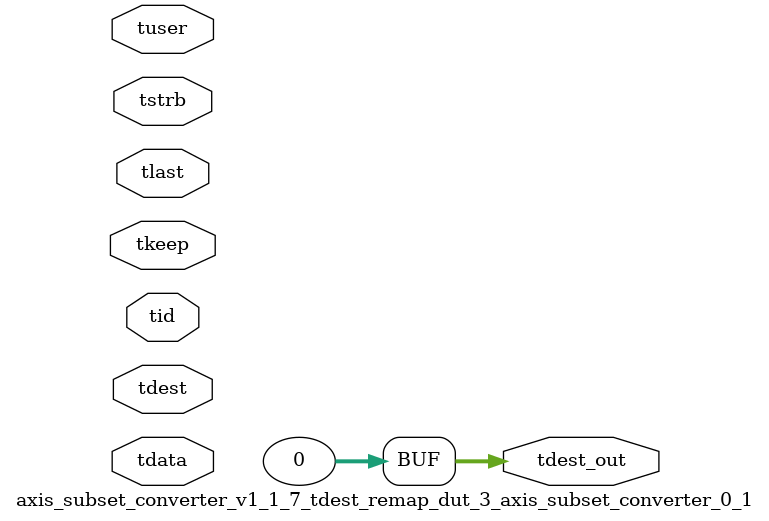
<source format=v>


`timescale 1ps/1ps

module axis_subset_converter_v1_1_7_tdest_remap_dut_3_axis_subset_converter_0_1 #
(
parameter C_S_AXIS_TDATA_WIDTH = 32,
parameter C_S_AXIS_TUSER_WIDTH = 0,
parameter C_S_AXIS_TID_WIDTH   = 0,
parameter C_S_AXIS_TDEST_WIDTH = 0,
parameter C_M_AXIS_TDEST_WIDTH = 32
)
(
input  [(C_S_AXIS_TDATA_WIDTH == 0 ? 1 : C_S_AXIS_TDATA_WIDTH)-1:0     ] tdata,
input  [(C_S_AXIS_TUSER_WIDTH == 0 ? 1 : C_S_AXIS_TUSER_WIDTH)-1:0     ] tuser,
input  [(C_S_AXIS_TID_WIDTH   == 0 ? 1 : C_S_AXIS_TID_WIDTH)-1:0       ] tid,
input  [(C_S_AXIS_TDEST_WIDTH == 0 ? 1 : C_S_AXIS_TDEST_WIDTH)-1:0     ] tdest,
input  [(C_S_AXIS_TDATA_WIDTH/8)-1:0 ] tkeep,
input  [(C_S_AXIS_TDATA_WIDTH/8)-1:0 ] tstrb,
input                                                                    tlast,
output [C_M_AXIS_TDEST_WIDTH-1:0] tdest_out
);

assign tdest_out = {1'b0};

endmodule


</source>
